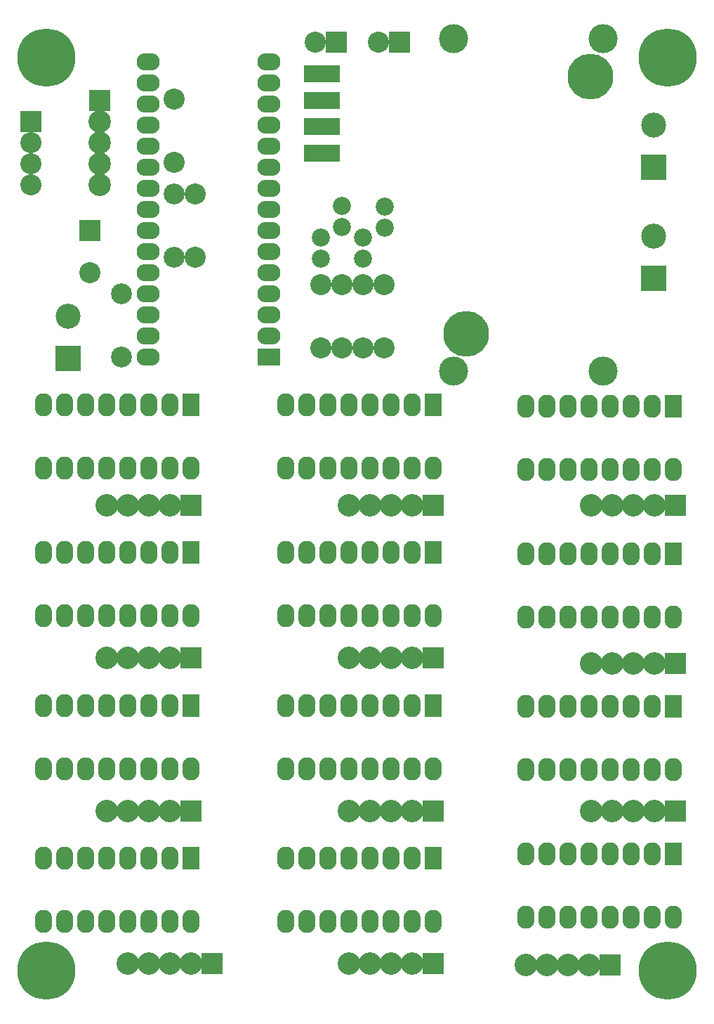
<source format=gts>
G04 #@! TF.FileFunction,Soldermask,Top*
%FSLAX46Y46*%
G04 Gerber Fmt 4.6, Leading zero omitted, Abs format (unit mm)*
G04 Created by KiCad (PCBNEW (2015-07-09 BZR 5913, Git 33e1797)-product) date 12/08/2015 14:46:09*
%MOMM*%
G01*
G04 APERTURE LIST*
%ADD10C,0.150000*%
%ADD11C,7.007860*%
%ADD12R,2.540000X2.540000*%
%ADD13C,2.540000*%
%ADD14C,2.184400*%
%ADD15C,3.508000*%
%ADD16C,5.508000*%
%ADD17R,2.794000X2.082800*%
%ADD18O,2.794000X2.082800*%
%ADD19R,1.508000X2.008000*%
%ADD20R,3.007360X3.007360*%
%ADD21C,3.007360*%
%ADD22R,2.608580X2.608580*%
%ADD23C,2.707640*%
%ADD24C,2.506980*%
%ADD25R,2.082800X2.794000*%
%ADD26O,2.082800X2.794000*%
G04 APERTURE END LIST*
D10*
D11*
X73205000Y46105000D03*
X148205000Y46105000D03*
X148205000Y-63895000D03*
X73205000Y-63895000D03*
D12*
X78520000Y25230000D03*
D13*
X78520000Y20150000D03*
D14*
X106305000Y24435000D03*
X106305000Y21895000D03*
X108845000Y28245000D03*
X108845000Y25705000D03*
X111385000Y24435000D03*
X111385000Y21895000D03*
X114052000Y28118000D03*
X114052000Y25578000D03*
D15*
X122365000Y48335000D03*
X140365000Y48335000D03*
X140365000Y8335000D03*
X122365000Y8335000D03*
D16*
X138865000Y43835000D03*
X123865000Y12835000D03*
D17*
X100110000Y9990000D03*
D18*
X100110000Y12530000D03*
X100110000Y15070000D03*
X100110000Y17610000D03*
X100110000Y20150000D03*
X100110000Y22690000D03*
X100110000Y25230000D03*
X100110000Y27770000D03*
X100110000Y30310000D03*
X100110000Y32850000D03*
X100110000Y35390000D03*
X100110000Y37930000D03*
X100110000Y40470000D03*
X100110000Y43010000D03*
X100110000Y45550000D03*
X85505000Y45550000D03*
X85505000Y43010000D03*
X85505000Y40470000D03*
X85505000Y37930000D03*
X85505000Y35390000D03*
X85505000Y32850000D03*
X85505000Y30310000D03*
X85505000Y27770000D03*
X85505000Y25230000D03*
X85505000Y22690000D03*
X85505000Y20150000D03*
X85505000Y17610000D03*
X85505000Y15070000D03*
X85505000Y12530000D03*
X85505000Y9990000D03*
D19*
X107829000Y34595000D03*
X106432000Y34595000D03*
X105035000Y34595000D03*
X107829000Y40945000D03*
X106432000Y40945000D03*
X105035000Y40945000D03*
X107829000Y37770000D03*
X106432000Y37770000D03*
X105035000Y37770000D03*
X107829000Y44120000D03*
X106432000Y44120000D03*
X105035000Y44120000D03*
D20*
X75825000Y9830000D03*
D21*
X75825000Y14910000D03*
D20*
X146465000Y32850000D03*
D21*
X146465000Y37930000D03*
D12*
X71380000Y38405000D03*
D13*
X71380000Y35865000D03*
X71380000Y33325000D03*
X71380000Y30785000D03*
D22*
X79635000Y40945000D03*
D23*
X79635000Y38405000D03*
X79635000Y35865000D03*
X79635000Y33325000D03*
X79635000Y30785000D03*
D22*
X149104000Y-7823000D03*
D23*
X146564000Y-7823000D03*
X144024000Y-7823000D03*
X141484000Y-7823000D03*
X138944000Y-7823000D03*
D22*
X149104000Y-26873000D03*
D23*
X146564000Y-26873000D03*
X144024000Y-26873000D03*
X141484000Y-26873000D03*
X138944000Y-26873000D03*
D22*
X149104000Y-44653000D03*
D23*
X146564000Y-44653000D03*
X144024000Y-44653000D03*
X141484000Y-44653000D03*
X138944000Y-44653000D03*
D22*
X141230000Y-63195000D03*
D23*
X138690000Y-63195000D03*
X136150000Y-63195000D03*
X133610000Y-63195000D03*
X131070000Y-63195000D03*
D22*
X119894000Y-7823000D03*
D23*
X117354000Y-7823000D03*
X114814000Y-7823000D03*
X112274000Y-7823000D03*
X109734000Y-7823000D03*
D22*
X119894000Y-26238000D03*
D23*
X117354000Y-26238000D03*
X114814000Y-26238000D03*
X112274000Y-26238000D03*
X109734000Y-26238000D03*
D22*
X119894000Y-44653000D03*
D23*
X117354000Y-44653000D03*
X114814000Y-44653000D03*
X112274000Y-44653000D03*
X109734000Y-44653000D03*
D22*
X119894000Y-63068000D03*
D23*
X117354000Y-63068000D03*
X114814000Y-63068000D03*
X112274000Y-63068000D03*
X109734000Y-63068000D03*
D22*
X90684000Y-7823000D03*
D23*
X88144000Y-7823000D03*
X85604000Y-7823000D03*
X83064000Y-7823000D03*
X80524000Y-7823000D03*
D22*
X90684000Y-26238000D03*
D23*
X88144000Y-26238000D03*
X85604000Y-26238000D03*
X83064000Y-26238000D03*
X80524000Y-26238000D03*
D22*
X90684000Y-44653000D03*
D23*
X88144000Y-44653000D03*
X85604000Y-44653000D03*
X83064000Y-44653000D03*
X80524000Y-44653000D03*
D22*
X93224000Y-63068000D03*
D23*
X90684000Y-63068000D03*
X88144000Y-63068000D03*
X85604000Y-63068000D03*
X83064000Y-63068000D03*
D20*
X146465000Y19515000D03*
D21*
X146465000Y24595000D03*
D13*
X106305000Y18720000D03*
X106305000Y11100000D03*
X108845000Y18720000D03*
X108845000Y11100000D03*
X111385000Y18720000D03*
X111385000Y11100000D03*
X113925000Y18720000D03*
X113925000Y11100000D03*
D24*
X82330000Y17610000D03*
X82330000Y9990000D03*
D25*
X148850000Y4115000D03*
D26*
X146310000Y4115000D03*
X143770000Y4115000D03*
X141230000Y4115000D03*
X138690000Y4115000D03*
X136150000Y4115000D03*
X133610000Y4115000D03*
X131070000Y4115000D03*
X131070000Y-3505000D03*
X133610000Y-3505000D03*
X136150000Y-3505000D03*
X138690000Y-3505000D03*
X141230000Y-3505000D03*
X143770000Y-3505000D03*
X146310000Y-3505000D03*
X148850000Y-3505000D03*
D25*
X148850000Y-13665000D03*
D26*
X146310000Y-13665000D03*
X143770000Y-13665000D03*
X141230000Y-13665000D03*
X138690000Y-13665000D03*
X136150000Y-13665000D03*
X133610000Y-13665000D03*
X131070000Y-13665000D03*
X131070000Y-21285000D03*
X133610000Y-21285000D03*
X136150000Y-21285000D03*
X138690000Y-21285000D03*
X141230000Y-21285000D03*
X143770000Y-21285000D03*
X146310000Y-21285000D03*
X148850000Y-21285000D03*
D25*
X148850000Y-32080000D03*
D26*
X146310000Y-32080000D03*
X143770000Y-32080000D03*
X141230000Y-32080000D03*
X138690000Y-32080000D03*
X136150000Y-32080000D03*
X133610000Y-32080000D03*
X131070000Y-32080000D03*
X131070000Y-39700000D03*
X133610000Y-39700000D03*
X136150000Y-39700000D03*
X138690000Y-39700000D03*
X141230000Y-39700000D03*
X143770000Y-39700000D03*
X146310000Y-39700000D03*
X148850000Y-39700000D03*
D25*
X148850000Y-49860000D03*
D26*
X146310000Y-49860000D03*
X143770000Y-49860000D03*
X141230000Y-49860000D03*
X138690000Y-49860000D03*
X136150000Y-49860000D03*
X133610000Y-49860000D03*
X131070000Y-49860000D03*
X131070000Y-57480000D03*
X133610000Y-57480000D03*
X136150000Y-57480000D03*
X138690000Y-57480000D03*
X141230000Y-57480000D03*
X143770000Y-57480000D03*
X146310000Y-57480000D03*
X148850000Y-57480000D03*
D25*
X119894000Y4242000D03*
D26*
X117354000Y4242000D03*
X114814000Y4242000D03*
X112274000Y4242000D03*
X109734000Y4242000D03*
X107194000Y4242000D03*
X104654000Y4242000D03*
X102114000Y4242000D03*
X102114000Y-3378000D03*
X104654000Y-3378000D03*
X107194000Y-3378000D03*
X109734000Y-3378000D03*
X112274000Y-3378000D03*
X114814000Y-3378000D03*
X117354000Y-3378000D03*
X119894000Y-3378000D03*
D25*
X119894000Y-13538000D03*
D26*
X117354000Y-13538000D03*
X114814000Y-13538000D03*
X112274000Y-13538000D03*
X109734000Y-13538000D03*
X107194000Y-13538000D03*
X104654000Y-13538000D03*
X102114000Y-13538000D03*
X102114000Y-21158000D03*
X104654000Y-21158000D03*
X107194000Y-21158000D03*
X109734000Y-21158000D03*
X112274000Y-21158000D03*
X114814000Y-21158000D03*
X117354000Y-21158000D03*
X119894000Y-21158000D03*
D25*
X119894000Y-31953000D03*
D26*
X117354000Y-31953000D03*
X114814000Y-31953000D03*
X112274000Y-31953000D03*
X109734000Y-31953000D03*
X107194000Y-31953000D03*
X104654000Y-31953000D03*
X102114000Y-31953000D03*
X102114000Y-39573000D03*
X104654000Y-39573000D03*
X107194000Y-39573000D03*
X109734000Y-39573000D03*
X112274000Y-39573000D03*
X114814000Y-39573000D03*
X117354000Y-39573000D03*
X119894000Y-39573000D03*
D25*
X119894000Y-50368000D03*
D26*
X117354000Y-50368000D03*
X114814000Y-50368000D03*
X112274000Y-50368000D03*
X109734000Y-50368000D03*
X107194000Y-50368000D03*
X104654000Y-50368000D03*
X102114000Y-50368000D03*
X102114000Y-57988000D03*
X104654000Y-57988000D03*
X107194000Y-57988000D03*
X109734000Y-57988000D03*
X112274000Y-57988000D03*
X114814000Y-57988000D03*
X117354000Y-57988000D03*
X119894000Y-57988000D03*
D25*
X90684000Y4242000D03*
D26*
X88144000Y4242000D03*
X85604000Y4242000D03*
X83064000Y4242000D03*
X80524000Y4242000D03*
X77984000Y4242000D03*
X75444000Y4242000D03*
X72904000Y4242000D03*
X72904000Y-3378000D03*
X75444000Y-3378000D03*
X77984000Y-3378000D03*
X80524000Y-3378000D03*
X83064000Y-3378000D03*
X85604000Y-3378000D03*
X88144000Y-3378000D03*
X90684000Y-3378000D03*
D25*
X90684000Y-13538000D03*
D26*
X88144000Y-13538000D03*
X85604000Y-13538000D03*
X83064000Y-13538000D03*
X80524000Y-13538000D03*
X77984000Y-13538000D03*
X75444000Y-13538000D03*
X72904000Y-13538000D03*
X72904000Y-21158000D03*
X75444000Y-21158000D03*
X77984000Y-21158000D03*
X80524000Y-21158000D03*
X83064000Y-21158000D03*
X85604000Y-21158000D03*
X88144000Y-21158000D03*
X90684000Y-21158000D03*
D25*
X90684000Y-31953000D03*
D26*
X88144000Y-31953000D03*
X85604000Y-31953000D03*
X83064000Y-31953000D03*
X80524000Y-31953000D03*
X77984000Y-31953000D03*
X75444000Y-31953000D03*
X72904000Y-31953000D03*
X72904000Y-39573000D03*
X75444000Y-39573000D03*
X77984000Y-39573000D03*
X80524000Y-39573000D03*
X83064000Y-39573000D03*
X85604000Y-39573000D03*
X88144000Y-39573000D03*
X90684000Y-39573000D03*
D25*
X90684000Y-50368000D03*
D26*
X88144000Y-50368000D03*
X85604000Y-50368000D03*
X83064000Y-50368000D03*
X80524000Y-50368000D03*
X77984000Y-50368000D03*
X75444000Y-50368000D03*
X72904000Y-50368000D03*
X72904000Y-57988000D03*
X75444000Y-57988000D03*
X77984000Y-57988000D03*
X80524000Y-57988000D03*
X83064000Y-57988000D03*
X85604000Y-57988000D03*
X88144000Y-57988000D03*
X90684000Y-57988000D03*
D12*
X115830000Y47930000D03*
D13*
X113290000Y47930000D03*
D12*
X108210000Y47930000D03*
D13*
X105670000Y47930000D03*
X88680000Y41105000D03*
X88680000Y33485000D03*
X91220000Y29675000D03*
X91220000Y22055000D03*
D24*
X88680000Y22055000D03*
X88680000Y29675000D03*
M02*

</source>
